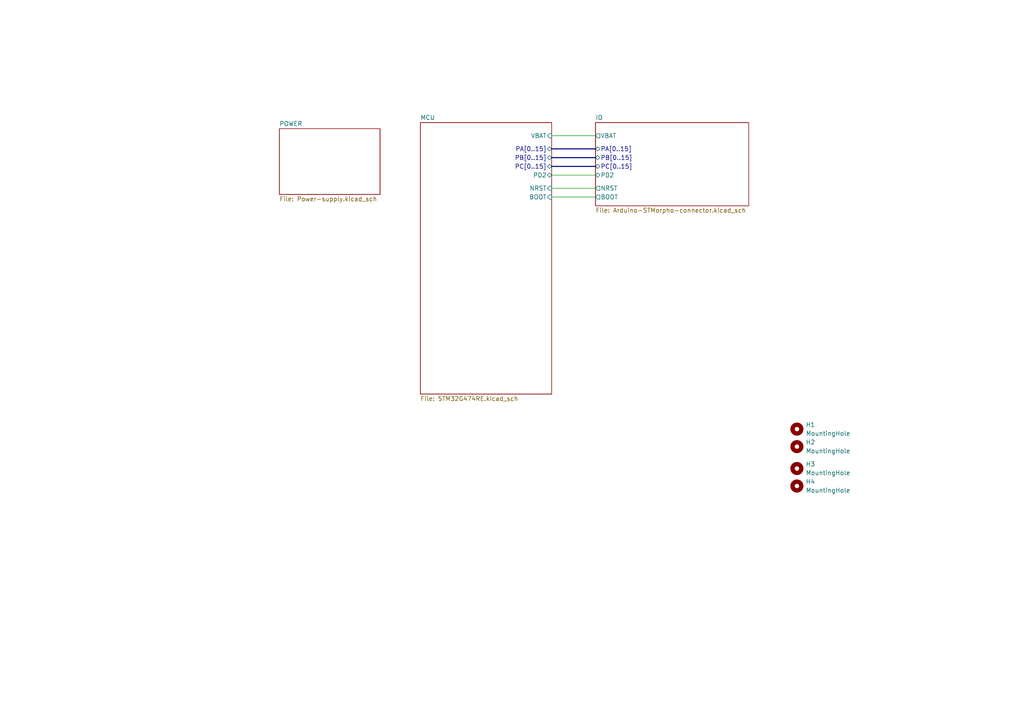
<source format=kicad_sch>
(kicad_sch (version 20231120) (generator "eeschema") (generator_version "8.0")
  (paper "A4")
  (lib_symbols
    (symbol "Mechanical:MountingHole" (pin_names (offset 1.016)) (exclude_from_sim yes) (in_bom no)
      (property "Reference" "H" (at 0 5.08 0))
      (property "Value" "MountingHole" (at 0 3.175 0))
      (symbol "MountingHole_0_1"
        (circle (center 0 0) (radius 1.27) (stroke (width 1.27)))
      )
    )
  )
  (wire (pts (xy 160.02 50.8) (xy 172.72 50.8)))
  (bus (pts (xy 160.02 45.72) (xy 172.72 45.72)))
  (bus (pts (xy 160.02 48.26) (xy 172.72 48.26)))
  (wire (pts (xy 160.02 54.61) (xy 172.72 54.61)))
  (wire (pts (xy 160.02 39.37) (xy 172.72 39.37)))
  (wire (pts (xy 160.02 57.15) (xy 172.72 57.15)))
  (bus (pts (xy 160.02 43.18) (xy 172.72 43.18)))
  (symbol (lib_id "Mechanical:MountingHole") (at 231.14 129.54 0) (unit 1) (exclude_from_sim yes) (in_bom no)
    (property "Reference" "H2" (at 233.68 128.2699 0) (effects (justify left)))
    (property "Value" "MountingHole" (at 233.68 130.8099 0) (effects (justify left)))
    (property "Footprint" "MountingHole:MountingHole_3.2mm_M3" (effects (hide yes)))
    (property "Description" "Mounting Hole without connection" (effects (hide yes)))
  )
  (symbol (lib_id "Mechanical:MountingHole") (at 231.14 135.89 0) (unit 1) (exclude_from_sim yes) (in_bom no)
    (property "Reference" "H3" (at 233.68 134.6199 0) (effects (justify left)))
    (property "Value" "MountingHole" (at 233.68 137.1599 0) (effects (justify left)))
    (property "Footprint" "MountingHole:MountingHole_3.2mm_M3" (effects (hide yes)))
    (property "Description" "Mounting Hole without connection" (effects (hide yes)))
  )
  (symbol (lib_id "Mechanical:MountingHole") (at 231.14 124.46 0) (unit 1) (exclude_from_sim yes) (in_bom no)
    (property "Reference" "H1" (at 233.68 123.1899 0) (effects (justify left)))
    (property "Value" "MountingHole" (at 233.68 125.7299 0) (effects (justify left)))
    (property "Footprint" "MountingHole:MountingHole_3.2mm_M3" (effects (hide yes)))
    (property "Description" "Mounting Hole without connection" (effects (hide yes)))
  )
  (symbol (lib_id "Mechanical:MountingHole") (at 231.14 140.97 0) (unit 1) (exclude_from_sim yes) (in_bom no)
    (property "Reference" "H4" (at 233.68 139.6999 0) (effects (justify left)))
    (property "Value" "MountingHole" (at 233.68 142.2399 0) (effects (justify left)))
    (property "Footprint" "MountingHole:MountingHole_3.2mm_M3" (effects (hide yes)))
    (property "Description" "Mounting Hole without connection" (effects (hide yes)))
  )
  (sheet (at 121.92 35.56) (size 38.1 78.74) (stroke (width 0.1524))
    (property "Sheetname" "MCU" (at 121.92 34.8484 0) (effects (justify left bottom)))
    (property "Sheetfile" "STM32G474RE.kicad_sch" (at 121.92 114.8846 0) (effects (justify left top)))
    (pin "VBAT" input (at 160.02 39.37 0))
    (pin "PB[0..15]" bidirectional (at 160.02 45.72 0))
    (pin "BOOT" input (at 160.02 57.15 0))
    (pin "PC[0..15]" bidirectional (at 160.02 48.26 0))
    (pin "NRST" input (at 160.02 54.61 0))
    (pin "PA[0..15]" bidirectional (at 160.02 43.18 0))
    (pin "PD2" bidirectional (at 160.02 50.8 0))
  )
  (sheet (at 172.72 35.56) (size 44.45 24.13) (stroke (width 0.1524))
    (property "Sheetname" "IO" (at 172.72 34.8484 0) (effects (justify left bottom)))
    (property "Sheetfile" "Arduino-STMorpho-connector.kicad_sch" (at 172.72 60.2746 0) (effects (justify left top)))
    (pin "VBAT" output (at 172.72 39.37 180))
    (pin "PC[0..15]" bidirectional (at 172.72 48.26 180))
    (pin "NRST" output (at 172.72 54.61 180))
    (pin "BOOT" output (at 172.72 57.15 180))
    (pin "PB[0..15]" bidirectional (at 172.72 45.72 180))
    (pin "PA[0..15]" bidirectional (at 172.72 43.18 180))
    (pin "PD2" bidirectional (at 172.72 50.8 180))
  )
  (sheet (at 81.026 37.338) (size 29.21 19.05) (stroke (width 0.1524))
    (property "Sheetname" "POWER" (at 81.026 36.6264 0) (effects (justify left bottom)))
    (property "Sheetfile" "Power-supply.kicad_sch" (at 81.026 56.9726 0) (effects (justify left top)))
  )
)
</source>
